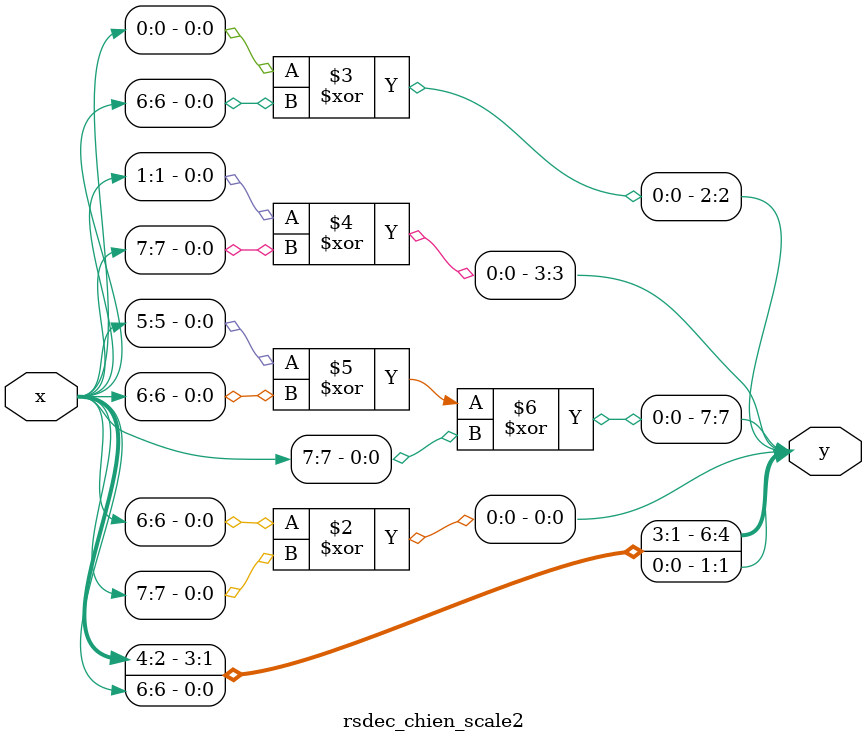
<source format=sv>
module rsdec_chien_scale2 (y, x);
	input [7:0] x;
	output [7:0] y;
	reg [7:0] y;

	always @ (x)
	begin
		y[0] = x[6] ^ x[7];
		y[1] = x[6];
		y[2] = x[0] ^ x[6];
		y[3] = x[1] ^ x[7];
		y[4] = x[2];
		y[5] = x[3];
		y[6] = x[4];
		y[7] = x[5] ^ x[6] ^ x[7];
	end
endmodule


</source>
